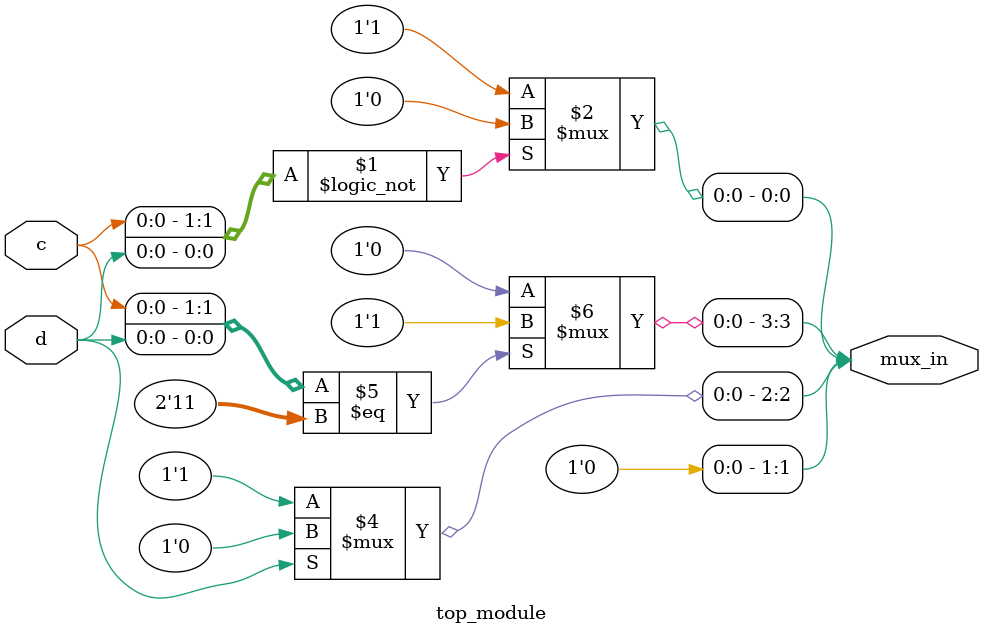
<source format=v>
module top_module (
    input        c     ,
    input        d     ,
    output [3:0] mux_in
);
    assign mux_in[0] = ({c,d} == 2'b00)?1'b0:1'b1;
    assign mux_in[1] = 1'b0;
    assign mux_in[2] = (d == 1'b0)?1'b1:1'b0;
    assign mux_in[3] = ({c,d} == 2'b11)?1'b1:1'b0;
endmodule

</source>
